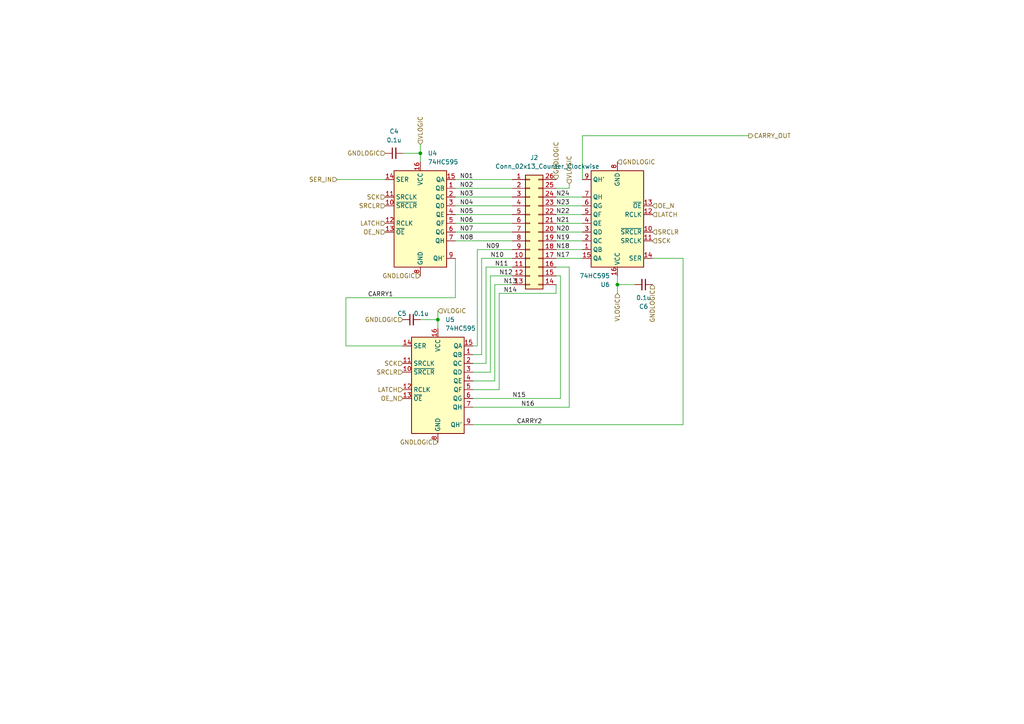
<source format=kicad_sch>
(kicad_sch
	(version 20250114)
	(generator "eeschema")
	(generator_version "9.0")
	(uuid "c1ee45b0-515d-4ffe-929d-5e6f2d25eab0")
	(paper "A4")
	(lib_symbols
		(symbol "74xx:74HC595"
			(exclude_from_sim no)
			(in_bom yes)
			(on_board yes)
			(property "Reference" "U"
				(at -7.62 13.97 0)
				(effects
					(font
						(size 1.27 1.27)
					)
				)
			)
			(property "Value" "74HC595"
				(at -7.62 -16.51 0)
				(effects
					(font
						(size 1.27 1.27)
					)
				)
			)
			(property "Footprint" ""
				(at 0 0 0)
				(effects
					(font
						(size 1.27 1.27)
					)
					(hide yes)
				)
			)
			(property "Datasheet" "http://www.ti.com/lit/ds/symlink/sn74hc595.pdf"
				(at 0 0 0)
				(effects
					(font
						(size 1.27 1.27)
					)
					(hide yes)
				)
			)
			(property "Description" "8-bit serial in/out Shift Register 3-State Outputs"
				(at 0 0 0)
				(effects
					(font
						(size 1.27 1.27)
					)
					(hide yes)
				)
			)
			(property "ki_keywords" "HCMOS SR 3State"
				(at 0 0 0)
				(effects
					(font
						(size 1.27 1.27)
					)
					(hide yes)
				)
			)
			(property "ki_fp_filters" "DIP*W7.62mm* SOIC*3.9x9.9mm*P1.27mm* TSSOP*4.4x5mm*P0.65mm* SOIC*5.3x10.2mm*P1.27mm* SOIC*7.5x10.3mm*P1.27mm*"
				(at 0 0 0)
				(effects
					(font
						(size 1.27 1.27)
					)
					(hide yes)
				)
			)
			(symbol "74HC595_1_0"
				(pin input line
					(at -10.16 10.16 0)
					(length 2.54)
					(name "SER"
						(effects
							(font
								(size 1.27 1.27)
							)
						)
					)
					(number "14"
						(effects
							(font
								(size 1.27 1.27)
							)
						)
					)
				)
				(pin input line
					(at -10.16 5.08 0)
					(length 2.54)
					(name "SRCLK"
						(effects
							(font
								(size 1.27 1.27)
							)
						)
					)
					(number "11"
						(effects
							(font
								(size 1.27 1.27)
							)
						)
					)
				)
				(pin input line
					(at -10.16 2.54 0)
					(length 2.54)
					(name "~{SRCLR}"
						(effects
							(font
								(size 1.27 1.27)
							)
						)
					)
					(number "10"
						(effects
							(font
								(size 1.27 1.27)
							)
						)
					)
				)
				(pin input line
					(at -10.16 -2.54 0)
					(length 2.54)
					(name "RCLK"
						(effects
							(font
								(size 1.27 1.27)
							)
						)
					)
					(number "12"
						(effects
							(font
								(size 1.27 1.27)
							)
						)
					)
				)
				(pin input line
					(at -10.16 -5.08 0)
					(length 2.54)
					(name "~{OE}"
						(effects
							(font
								(size 1.27 1.27)
							)
						)
					)
					(number "13"
						(effects
							(font
								(size 1.27 1.27)
							)
						)
					)
				)
				(pin power_in line
					(at 0 15.24 270)
					(length 2.54)
					(name "VCC"
						(effects
							(font
								(size 1.27 1.27)
							)
						)
					)
					(number "16"
						(effects
							(font
								(size 1.27 1.27)
							)
						)
					)
				)
				(pin power_in line
					(at 0 -17.78 90)
					(length 2.54)
					(name "GND"
						(effects
							(font
								(size 1.27 1.27)
							)
						)
					)
					(number "8"
						(effects
							(font
								(size 1.27 1.27)
							)
						)
					)
				)
				(pin tri_state line
					(at 10.16 10.16 180)
					(length 2.54)
					(name "QA"
						(effects
							(font
								(size 1.27 1.27)
							)
						)
					)
					(number "15"
						(effects
							(font
								(size 1.27 1.27)
							)
						)
					)
				)
				(pin tri_state line
					(at 10.16 7.62 180)
					(length 2.54)
					(name "QB"
						(effects
							(font
								(size 1.27 1.27)
							)
						)
					)
					(number "1"
						(effects
							(font
								(size 1.27 1.27)
							)
						)
					)
				)
				(pin tri_state line
					(at 10.16 5.08 180)
					(length 2.54)
					(name "QC"
						(effects
							(font
								(size 1.27 1.27)
							)
						)
					)
					(number "2"
						(effects
							(font
								(size 1.27 1.27)
							)
						)
					)
				)
				(pin tri_state line
					(at 10.16 2.54 180)
					(length 2.54)
					(name "QD"
						(effects
							(font
								(size 1.27 1.27)
							)
						)
					)
					(number "3"
						(effects
							(font
								(size 1.27 1.27)
							)
						)
					)
				)
				(pin tri_state line
					(at 10.16 0 180)
					(length 2.54)
					(name "QE"
						(effects
							(font
								(size 1.27 1.27)
							)
						)
					)
					(number "4"
						(effects
							(font
								(size 1.27 1.27)
							)
						)
					)
				)
				(pin tri_state line
					(at 10.16 -2.54 180)
					(length 2.54)
					(name "QF"
						(effects
							(font
								(size 1.27 1.27)
							)
						)
					)
					(number "5"
						(effects
							(font
								(size 1.27 1.27)
							)
						)
					)
				)
				(pin tri_state line
					(at 10.16 -5.08 180)
					(length 2.54)
					(name "QG"
						(effects
							(font
								(size 1.27 1.27)
							)
						)
					)
					(number "6"
						(effects
							(font
								(size 1.27 1.27)
							)
						)
					)
				)
				(pin tri_state line
					(at 10.16 -7.62 180)
					(length 2.54)
					(name "QH"
						(effects
							(font
								(size 1.27 1.27)
							)
						)
					)
					(number "7"
						(effects
							(font
								(size 1.27 1.27)
							)
						)
					)
				)
				(pin output line
					(at 10.16 -12.7 180)
					(length 2.54)
					(name "QH'"
						(effects
							(font
								(size 1.27 1.27)
							)
						)
					)
					(number "9"
						(effects
							(font
								(size 1.27 1.27)
							)
						)
					)
				)
			)
			(symbol "74HC595_1_1"
				(rectangle
					(start -7.62 12.7)
					(end 7.62 -15.24)
					(stroke
						(width 0.254)
						(type default)
					)
					(fill
						(type background)
					)
				)
			)
			(embedded_fonts no)
		)
		(symbol "Connector_Generic:Conn_02x13_Counter_Clockwise"
			(pin_names
				(offset 1.016)
				(hide yes)
			)
			(exclude_from_sim no)
			(in_bom yes)
			(on_board yes)
			(property "Reference" "J"
				(at 1.27 17.78 0)
				(effects
					(font
						(size 1.27 1.27)
					)
				)
			)
			(property "Value" "Conn_02x13_Counter_Clockwise"
				(at 1.27 -17.78 0)
				(effects
					(font
						(size 1.27 1.27)
					)
				)
			)
			(property "Footprint" ""
				(at 0 0 0)
				(effects
					(font
						(size 1.27 1.27)
					)
					(hide yes)
				)
			)
			(property "Datasheet" "~"
				(at 0 0 0)
				(effects
					(font
						(size 1.27 1.27)
					)
					(hide yes)
				)
			)
			(property "Description" "Generic connector, double row, 02x13, counter clockwise pin numbering scheme (similar to DIP package numbering), script generated (kicad-library-utils/schlib/autogen/connector/)"
				(at 0 0 0)
				(effects
					(font
						(size 1.27 1.27)
					)
					(hide yes)
				)
			)
			(property "ki_keywords" "connector"
				(at 0 0 0)
				(effects
					(font
						(size 1.27 1.27)
					)
					(hide yes)
				)
			)
			(property "ki_fp_filters" "Connector*:*_2x??_*"
				(at 0 0 0)
				(effects
					(font
						(size 1.27 1.27)
					)
					(hide yes)
				)
			)
			(symbol "Conn_02x13_Counter_Clockwise_1_1"
				(rectangle
					(start -1.27 16.51)
					(end 3.81 -16.51)
					(stroke
						(width 0.254)
						(type default)
					)
					(fill
						(type background)
					)
				)
				(rectangle
					(start -1.27 15.367)
					(end 0 15.113)
					(stroke
						(width 0.1524)
						(type default)
					)
					(fill
						(type none)
					)
				)
				(rectangle
					(start -1.27 12.827)
					(end 0 12.573)
					(stroke
						(width 0.1524)
						(type default)
					)
					(fill
						(type none)
					)
				)
				(rectangle
					(start -1.27 10.287)
					(end 0 10.033)
					(stroke
						(width 0.1524)
						(type default)
					)
					(fill
						(type none)
					)
				)
				(rectangle
					(start -1.27 7.747)
					(end 0 7.493)
					(stroke
						(width 0.1524)
						(type default)
					)
					(fill
						(type none)
					)
				)
				(rectangle
					(start -1.27 5.207)
					(end 0 4.953)
					(stroke
						(width 0.1524)
						(type default)
					)
					(fill
						(type none)
					)
				)
				(rectangle
					(start -1.27 2.667)
					(end 0 2.413)
					(stroke
						(width 0.1524)
						(type default)
					)
					(fill
						(type none)
					)
				)
				(rectangle
					(start -1.27 0.127)
					(end 0 -0.127)
					(stroke
						(width 0.1524)
						(type default)
					)
					(fill
						(type none)
					)
				)
				(rectangle
					(start -1.27 -2.413)
					(end 0 -2.667)
					(stroke
						(width 0.1524)
						(type default)
					)
					(fill
						(type none)
					)
				)
				(rectangle
					(start -1.27 -4.953)
					(end 0 -5.207)
					(stroke
						(width 0.1524)
						(type default)
					)
					(fill
						(type none)
					)
				)
				(rectangle
					(start -1.27 -7.493)
					(end 0 -7.747)
					(stroke
						(width 0.1524)
						(type default)
					)
					(fill
						(type none)
					)
				)
				(rectangle
					(start -1.27 -10.033)
					(end 0 -10.287)
					(stroke
						(width 0.1524)
						(type default)
					)
					(fill
						(type none)
					)
				)
				(rectangle
					(start -1.27 -12.573)
					(end 0 -12.827)
					(stroke
						(width 0.1524)
						(type default)
					)
					(fill
						(type none)
					)
				)
				(rectangle
					(start -1.27 -15.113)
					(end 0 -15.367)
					(stroke
						(width 0.1524)
						(type default)
					)
					(fill
						(type none)
					)
				)
				(rectangle
					(start 3.81 15.367)
					(end 2.54 15.113)
					(stroke
						(width 0.1524)
						(type default)
					)
					(fill
						(type none)
					)
				)
				(rectangle
					(start 3.81 12.827)
					(end 2.54 12.573)
					(stroke
						(width 0.1524)
						(type default)
					)
					(fill
						(type none)
					)
				)
				(rectangle
					(start 3.81 10.287)
					(end 2.54 10.033)
					(stroke
						(width 0.1524)
						(type default)
					)
					(fill
						(type none)
					)
				)
				(rectangle
					(start 3.81 7.747)
					(end 2.54 7.493)
					(stroke
						(width 0.1524)
						(type default)
					)
					(fill
						(type none)
					)
				)
				(rectangle
					(start 3.81 5.207)
					(end 2.54 4.953)
					(stroke
						(width 0.1524)
						(type default)
					)
					(fill
						(type none)
					)
				)
				(rectangle
					(start 3.81 2.667)
					(end 2.54 2.413)
					(stroke
						(width 0.1524)
						(type default)
					)
					(fill
						(type none)
					)
				)
				(rectangle
					(start 3.81 0.127)
					(end 2.54 -0.127)
					(stroke
						(width 0.1524)
						(type default)
					)
					(fill
						(type none)
					)
				)
				(rectangle
					(start 3.81 -2.413)
					(end 2.54 -2.667)
					(stroke
						(width 0.1524)
						(type default)
					)
					(fill
						(type none)
					)
				)
				(rectangle
					(start 3.81 -4.953)
					(end 2.54 -5.207)
					(stroke
						(width 0.1524)
						(type default)
					)
					(fill
						(type none)
					)
				)
				(rectangle
					(start 3.81 -7.493)
					(end 2.54 -7.747)
					(stroke
						(width 0.1524)
						(type default)
					)
					(fill
						(type none)
					)
				)
				(rectangle
					(start 3.81 -10.033)
					(end 2.54 -10.287)
					(stroke
						(width 0.1524)
						(type default)
					)
					(fill
						(type none)
					)
				)
				(rectangle
					(start 3.81 -12.573)
					(end 2.54 -12.827)
					(stroke
						(width 0.1524)
						(type default)
					)
					(fill
						(type none)
					)
				)
				(rectangle
					(start 3.81 -15.113)
					(end 2.54 -15.367)
					(stroke
						(width 0.1524)
						(type default)
					)
					(fill
						(type none)
					)
				)
				(pin passive line
					(at -5.08 15.24 0)
					(length 3.81)
					(name "Pin_1"
						(effects
							(font
								(size 1.27 1.27)
							)
						)
					)
					(number "1"
						(effects
							(font
								(size 1.27 1.27)
							)
						)
					)
				)
				(pin passive line
					(at -5.08 12.7 0)
					(length 3.81)
					(name "Pin_2"
						(effects
							(font
								(size 1.27 1.27)
							)
						)
					)
					(number "2"
						(effects
							(font
								(size 1.27 1.27)
							)
						)
					)
				)
				(pin passive line
					(at -5.08 10.16 0)
					(length 3.81)
					(name "Pin_3"
						(effects
							(font
								(size 1.27 1.27)
							)
						)
					)
					(number "3"
						(effects
							(font
								(size 1.27 1.27)
							)
						)
					)
				)
				(pin passive line
					(at -5.08 7.62 0)
					(length 3.81)
					(name "Pin_4"
						(effects
							(font
								(size 1.27 1.27)
							)
						)
					)
					(number "4"
						(effects
							(font
								(size 1.27 1.27)
							)
						)
					)
				)
				(pin passive line
					(at -5.08 5.08 0)
					(length 3.81)
					(name "Pin_5"
						(effects
							(font
								(size 1.27 1.27)
							)
						)
					)
					(number "5"
						(effects
							(font
								(size 1.27 1.27)
							)
						)
					)
				)
				(pin passive line
					(at -5.08 2.54 0)
					(length 3.81)
					(name "Pin_6"
						(effects
							(font
								(size 1.27 1.27)
							)
						)
					)
					(number "6"
						(effects
							(font
								(size 1.27 1.27)
							)
						)
					)
				)
				(pin passive line
					(at -5.08 0 0)
					(length 3.81)
					(name "Pin_7"
						(effects
							(font
								(size 1.27 1.27)
							)
						)
					)
					(number "7"
						(effects
							(font
								(size 1.27 1.27)
							)
						)
					)
				)
				(pin passive line
					(at -5.08 -2.54 0)
					(length 3.81)
					(name "Pin_8"
						(effects
							(font
								(size 1.27 1.27)
							)
						)
					)
					(number "8"
						(effects
							(font
								(size 1.27 1.27)
							)
						)
					)
				)
				(pin passive line
					(at -5.08 -5.08 0)
					(length 3.81)
					(name "Pin_9"
						(effects
							(font
								(size 1.27 1.27)
							)
						)
					)
					(number "9"
						(effects
							(font
								(size 1.27 1.27)
							)
						)
					)
				)
				(pin passive line
					(at -5.08 -7.62 0)
					(length 3.81)
					(name "Pin_10"
						(effects
							(font
								(size 1.27 1.27)
							)
						)
					)
					(number "10"
						(effects
							(font
								(size 1.27 1.27)
							)
						)
					)
				)
				(pin passive line
					(at -5.08 -10.16 0)
					(length 3.81)
					(name "Pin_11"
						(effects
							(font
								(size 1.27 1.27)
							)
						)
					)
					(number "11"
						(effects
							(font
								(size 1.27 1.27)
							)
						)
					)
				)
				(pin passive line
					(at -5.08 -12.7 0)
					(length 3.81)
					(name "Pin_12"
						(effects
							(font
								(size 1.27 1.27)
							)
						)
					)
					(number "12"
						(effects
							(font
								(size 1.27 1.27)
							)
						)
					)
				)
				(pin passive line
					(at -5.08 -15.24 0)
					(length 3.81)
					(name "Pin_13"
						(effects
							(font
								(size 1.27 1.27)
							)
						)
					)
					(number "13"
						(effects
							(font
								(size 1.27 1.27)
							)
						)
					)
				)
				(pin passive line
					(at 7.62 15.24 180)
					(length 3.81)
					(name "Pin_26"
						(effects
							(font
								(size 1.27 1.27)
							)
						)
					)
					(number "26"
						(effects
							(font
								(size 1.27 1.27)
							)
						)
					)
				)
				(pin passive line
					(at 7.62 12.7 180)
					(length 3.81)
					(name "Pin_25"
						(effects
							(font
								(size 1.27 1.27)
							)
						)
					)
					(number "25"
						(effects
							(font
								(size 1.27 1.27)
							)
						)
					)
				)
				(pin passive line
					(at 7.62 10.16 180)
					(length 3.81)
					(name "Pin_24"
						(effects
							(font
								(size 1.27 1.27)
							)
						)
					)
					(number "24"
						(effects
							(font
								(size 1.27 1.27)
							)
						)
					)
				)
				(pin passive line
					(at 7.62 7.62 180)
					(length 3.81)
					(name "Pin_23"
						(effects
							(font
								(size 1.27 1.27)
							)
						)
					)
					(number "23"
						(effects
							(font
								(size 1.27 1.27)
							)
						)
					)
				)
				(pin passive line
					(at 7.62 5.08 180)
					(length 3.81)
					(name "Pin_22"
						(effects
							(font
								(size 1.27 1.27)
							)
						)
					)
					(number "22"
						(effects
							(font
								(size 1.27 1.27)
							)
						)
					)
				)
				(pin passive line
					(at 7.62 2.54 180)
					(length 3.81)
					(name "Pin_21"
						(effects
							(font
								(size 1.27 1.27)
							)
						)
					)
					(number "21"
						(effects
							(font
								(size 1.27 1.27)
							)
						)
					)
				)
				(pin passive line
					(at 7.62 0 180)
					(length 3.81)
					(name "Pin_20"
						(effects
							(font
								(size 1.27 1.27)
							)
						)
					)
					(number "20"
						(effects
							(font
								(size 1.27 1.27)
							)
						)
					)
				)
				(pin passive line
					(at 7.62 -2.54 180)
					(length 3.81)
					(name "Pin_19"
						(effects
							(font
								(size 1.27 1.27)
							)
						)
					)
					(number "19"
						(effects
							(font
								(size 1.27 1.27)
							)
						)
					)
				)
				(pin passive line
					(at 7.62 -5.08 180)
					(length 3.81)
					(name "Pin_18"
						(effects
							(font
								(size 1.27 1.27)
							)
						)
					)
					(number "18"
						(effects
							(font
								(size 1.27 1.27)
							)
						)
					)
				)
				(pin passive line
					(at 7.62 -7.62 180)
					(length 3.81)
					(name "Pin_17"
						(effects
							(font
								(size 1.27 1.27)
							)
						)
					)
					(number "17"
						(effects
							(font
								(size 1.27 1.27)
							)
						)
					)
				)
				(pin passive line
					(at 7.62 -10.16 180)
					(length 3.81)
					(name "Pin_16"
						(effects
							(font
								(size 1.27 1.27)
							)
						)
					)
					(number "16"
						(effects
							(font
								(size 1.27 1.27)
							)
						)
					)
				)
				(pin passive line
					(at 7.62 -12.7 180)
					(length 3.81)
					(name "Pin_15"
						(effects
							(font
								(size 1.27 1.27)
							)
						)
					)
					(number "15"
						(effects
							(font
								(size 1.27 1.27)
							)
						)
					)
				)
				(pin passive line
					(at 7.62 -15.24 180)
					(length 3.81)
					(name "Pin_14"
						(effects
							(font
								(size 1.27 1.27)
							)
						)
					)
					(number "14"
						(effects
							(font
								(size 1.27 1.27)
							)
						)
					)
				)
			)
			(embedded_fonts no)
		)
		(symbol "Device:C_Small"
			(pin_numbers
				(hide yes)
			)
			(pin_names
				(offset 0.254)
				(hide yes)
			)
			(exclude_from_sim no)
			(in_bom yes)
			(on_board yes)
			(property "Reference" "C"
				(at 0.254 1.778 0)
				(effects
					(font
						(size 1.27 1.27)
					)
					(justify left)
				)
			)
			(property "Value" "C_Small"
				(at 0.254 -2.032 0)
				(effects
					(font
						(size 1.27 1.27)
					)
					(justify left)
				)
			)
			(property "Footprint" ""
				(at 0 0 0)
				(effects
					(font
						(size 1.27 1.27)
					)
					(hide yes)
				)
			)
			(property "Datasheet" "~"
				(at 0 0 0)
				(effects
					(font
						(size 1.27 1.27)
					)
					(hide yes)
				)
			)
			(property "Description" "Unpolarized capacitor, small symbol"
				(at 0 0 0)
				(effects
					(font
						(size 1.27 1.27)
					)
					(hide yes)
				)
			)
			(property "ki_keywords" "capacitor cap"
				(at 0 0 0)
				(effects
					(font
						(size 1.27 1.27)
					)
					(hide yes)
				)
			)
			(property "ki_fp_filters" "C_*"
				(at 0 0 0)
				(effects
					(font
						(size 1.27 1.27)
					)
					(hide yes)
				)
			)
			(symbol "C_Small_0_1"
				(polyline
					(pts
						(xy -1.524 0.508) (xy 1.524 0.508)
					)
					(stroke
						(width 0.3048)
						(type default)
					)
					(fill
						(type none)
					)
				)
				(polyline
					(pts
						(xy -1.524 -0.508) (xy 1.524 -0.508)
					)
					(stroke
						(width 0.3302)
						(type default)
					)
					(fill
						(type none)
					)
				)
			)
			(symbol "C_Small_1_1"
				(pin passive line
					(at 0 2.54 270)
					(length 2.032)
					(name "~"
						(effects
							(font
								(size 1.27 1.27)
							)
						)
					)
					(number "1"
						(effects
							(font
								(size 1.27 1.27)
							)
						)
					)
				)
				(pin passive line
					(at 0 -2.54 90)
					(length 2.032)
					(name "~"
						(effects
							(font
								(size 1.27 1.27)
							)
						)
					)
					(number "2"
						(effects
							(font
								(size 1.27 1.27)
							)
						)
					)
				)
			)
			(embedded_fonts no)
		)
	)
	(junction
		(at 127 92.71)
		(diameter 0)
		(color 0 0 0 0)
		(uuid "1b1d231c-6229-4583-820f-8d542216eab6")
	)
	(junction
		(at 179.07 82.55)
		(diameter 0)
		(color 0 0 0 0)
		(uuid "57778e7a-3ba8-4c36-9d26-776d3e0131d7")
	)
	(junction
		(at 121.92 44.45)
		(diameter 0)
		(color 0 0 0 0)
		(uuid "f1a6acf8-07fb-4b6a-83c9-9ba0929be051")
	)
	(wire
		(pts
			(xy 132.08 59.69) (xy 148.59 59.69)
		)
		(stroke
			(width 0)
			(type default)
		)
		(uuid "033c776a-2b0f-4235-87e8-47a74112818f")
	)
	(wire
		(pts
			(xy 137.16 115.57) (xy 162.56 115.57)
		)
		(stroke
			(width 0)
			(type default)
		)
		(uuid "05221fe8-1623-49cd-a7f2-ae0134865d2a")
	)
	(wire
		(pts
			(xy 132.08 69.85) (xy 148.59 69.85)
		)
		(stroke
			(width 0)
			(type default)
		)
		(uuid "0542bfc3-992e-4ff9-b03f-b60970452255")
	)
	(wire
		(pts
			(xy 161.29 54.61) (xy 165.1 54.61)
		)
		(stroke
			(width 0)
			(type default)
		)
		(uuid "0593dbc6-942f-476e-b241-98e448245fbe")
	)
	(wire
		(pts
			(xy 138.43 72.39) (xy 148.59 72.39)
		)
		(stroke
			(width 0)
			(type default)
		)
		(uuid "088a78ac-843a-491d-ae37-daba3724b09b")
	)
	(wire
		(pts
			(xy 184.15 82.55) (xy 179.07 82.55)
		)
		(stroke
			(width 0)
			(type default)
		)
		(uuid "0b36c0ac-b60a-45f5-baf7-003659a76ba8")
	)
	(wire
		(pts
			(xy 121.92 92.71) (xy 127 92.71)
		)
		(stroke
			(width 0)
			(type default)
		)
		(uuid "0e5853ca-8883-4047-bea3-42bb533ea064")
	)
	(wire
		(pts
			(xy 161.29 62.23) (xy 168.91 62.23)
		)
		(stroke
			(width 0)
			(type default)
		)
		(uuid "10a971bb-30bc-4d1c-a964-e759d03825b6")
	)
	(wire
		(pts
			(xy 137.16 107.95) (xy 142.24 107.95)
		)
		(stroke
			(width 0)
			(type default)
		)
		(uuid "177c360e-996b-48b3-aa74-c46dc589929b")
	)
	(wire
		(pts
			(xy 132.08 64.77) (xy 148.59 64.77)
		)
		(stroke
			(width 0)
			(type default)
		)
		(uuid "1b6542d1-a058-4cd9-9f33-74c114b26977")
	)
	(wire
		(pts
			(xy 143.51 110.49) (xy 143.51 82.55)
		)
		(stroke
			(width 0)
			(type default)
		)
		(uuid "1f1c73bb-290a-4a6e-95cf-daaacf4347dd")
	)
	(wire
		(pts
			(xy 179.07 85.09) (xy 179.07 82.55)
		)
		(stroke
			(width 0)
			(type default)
		)
		(uuid "1f72ef64-2bb6-4e29-a7bd-98ab5aeaba43")
	)
	(wire
		(pts
			(xy 162.56 115.57) (xy 162.56 80.01)
		)
		(stroke
			(width 0)
			(type default)
		)
		(uuid "23a8fd1d-2228-4c9a-bc12-cc82c55959f5")
	)
	(wire
		(pts
			(xy 179.07 82.55) (xy 179.07 80.01)
		)
		(stroke
			(width 0)
			(type default)
		)
		(uuid "2a2e11d7-c54d-4044-bcb2-850201303956")
	)
	(wire
		(pts
			(xy 144.78 113.03) (xy 144.78 85.09)
		)
		(stroke
			(width 0)
			(type default)
		)
		(uuid "38f1eed9-7910-4853-9c5e-f3679b9d242a")
	)
	(wire
		(pts
			(xy 100.33 100.33) (xy 100.33 86.36)
		)
		(stroke
			(width 0)
			(type default)
		)
		(uuid "3932aa46-77f2-4e16-99b2-cf5663dac82b")
	)
	(wire
		(pts
			(xy 127 90.17) (xy 127 92.71)
		)
		(stroke
			(width 0)
			(type default)
		)
		(uuid "418e8614-2d76-4e8f-b7f6-6a55ce6ef67f")
	)
	(wire
		(pts
			(xy 100.33 86.36) (xy 132.08 86.36)
		)
		(stroke
			(width 0)
			(type default)
		)
		(uuid "46e3e6c2-c7cf-4dbb-9e05-cb1f77a39beb")
	)
	(wire
		(pts
			(xy 132.08 52.07) (xy 148.59 52.07)
		)
		(stroke
			(width 0)
			(type default)
		)
		(uuid "497cecd3-86a6-4f83-b763-641209ce76eb")
	)
	(wire
		(pts
			(xy 161.29 69.85) (xy 168.91 69.85)
		)
		(stroke
			(width 0)
			(type default)
		)
		(uuid "54084999-f5ab-4d5d-a0b7-b3de29bbb9ab")
	)
	(wire
		(pts
			(xy 132.08 62.23) (xy 148.59 62.23)
		)
		(stroke
			(width 0)
			(type default)
		)
		(uuid "575728a4-1a2a-4a79-8be8-42f82cb8f024")
	)
	(wire
		(pts
			(xy 142.24 107.95) (xy 142.24 80.01)
		)
		(stroke
			(width 0)
			(type default)
		)
		(uuid "58448b42-d238-4fbb-bb1f-1bafc223a8c9")
	)
	(wire
		(pts
			(xy 162.56 80.01) (xy 161.29 80.01)
		)
		(stroke
			(width 0)
			(type default)
		)
		(uuid "5eb85202-0caa-46da-9b2e-2b4d5e0417a4")
	)
	(wire
		(pts
			(xy 142.24 80.01) (xy 148.59 80.01)
		)
		(stroke
			(width 0)
			(type default)
		)
		(uuid "610443c5-cc7d-4a01-b521-b534e73d3d39")
	)
	(wire
		(pts
			(xy 132.08 57.15) (xy 148.59 57.15)
		)
		(stroke
			(width 0)
			(type default)
		)
		(uuid "64b38fe4-9a91-45df-9445-b66a65fc3c08")
	)
	(wire
		(pts
			(xy 143.51 82.55) (xy 148.59 82.55)
		)
		(stroke
			(width 0)
			(type default)
		)
		(uuid "65d47565-5f7e-4263-a247-b19d753ca884")
	)
	(wire
		(pts
			(xy 161.29 77.47) (xy 165.1 77.47)
		)
		(stroke
			(width 0)
			(type default)
		)
		(uuid "66bd90da-5625-496f-ab32-6848ca1e7576")
	)
	(wire
		(pts
			(xy 137.16 110.49) (xy 143.51 110.49)
		)
		(stroke
			(width 0)
			(type default)
		)
		(uuid "6e13e605-d75e-4b73-87bc-80831dada94e")
	)
	(wire
		(pts
			(xy 121.92 44.45) (xy 121.92 46.99)
		)
		(stroke
			(width 0)
			(type default)
		)
		(uuid "71335349-448b-4294-b2d3-ea42a825c573")
	)
	(wire
		(pts
			(xy 132.08 86.36) (xy 132.08 74.93)
		)
		(stroke
			(width 0)
			(type default)
		)
		(uuid "76dc85ad-111e-4f02-8835-62982ebbbb6d")
	)
	(wire
		(pts
			(xy 161.29 82.55) (xy 161.29 85.09)
		)
		(stroke
			(width 0)
			(type default)
		)
		(uuid "7d105630-3f25-4c6e-b56a-953ac451b7e4")
	)
	(wire
		(pts
			(xy 161.29 57.15) (xy 168.91 57.15)
		)
		(stroke
			(width 0)
			(type default)
		)
		(uuid "81cda34d-f67d-4a16-b18d-3c6289c4d87e")
	)
	(wire
		(pts
			(xy 161.29 74.93) (xy 168.91 74.93)
		)
		(stroke
			(width 0)
			(type default)
		)
		(uuid "82eb10a5-150a-40d3-be75-87145d173129")
	)
	(wire
		(pts
			(xy 161.29 64.77) (xy 168.91 64.77)
		)
		(stroke
			(width 0)
			(type default)
		)
		(uuid "836c8be4-aa48-48c4-92f5-65f82550ce21")
	)
	(wire
		(pts
			(xy 137.16 102.87) (xy 139.7 102.87)
		)
		(stroke
			(width 0)
			(type default)
		)
		(uuid "8941ad55-7891-4fef-921b-bfa90d5a22e9")
	)
	(wire
		(pts
			(xy 198.12 123.19) (xy 198.12 74.93)
		)
		(stroke
			(width 0)
			(type default)
		)
		(uuid "8c409ec1-d227-4c3e-a67f-33c7657db25f")
	)
	(wire
		(pts
			(xy 165.1 54.61) (xy 165.1 53.34)
		)
		(stroke
			(width 0)
			(type default)
		)
		(uuid "91deaa3e-0c06-4438-b521-1ecaeeaea7d2")
	)
	(wire
		(pts
			(xy 137.16 100.33) (xy 138.43 100.33)
		)
		(stroke
			(width 0)
			(type default)
		)
		(uuid "92822d82-8df8-4477-9e0e-118cdf7ccdb2")
	)
	(wire
		(pts
			(xy 139.7 74.93) (xy 148.59 74.93)
		)
		(stroke
			(width 0)
			(type default)
		)
		(uuid "94666585-efcf-4f61-be0c-0375468cfcac")
	)
	(wire
		(pts
			(xy 168.91 39.37) (xy 217.17 39.37)
		)
		(stroke
			(width 0)
			(type default)
		)
		(uuid "95421ac0-e3a2-48d9-91e6-dd6a956b5456")
	)
	(wire
		(pts
			(xy 127 92.71) (xy 127 95.25)
		)
		(stroke
			(width 0)
			(type default)
		)
		(uuid "99f50070-1f40-4505-89b6-f847bdc67584")
	)
	(wire
		(pts
			(xy 137.16 105.41) (xy 140.97 105.41)
		)
		(stroke
			(width 0)
			(type default)
		)
		(uuid "9a201fbe-bb13-4d3a-b370-2343bda9592e")
	)
	(wire
		(pts
			(xy 139.7 102.87) (xy 139.7 74.93)
		)
		(stroke
			(width 0)
			(type default)
		)
		(uuid "a32674b4-4c8a-4fb4-b0a4-df885b454376")
	)
	(wire
		(pts
			(xy 138.43 100.33) (xy 138.43 72.39)
		)
		(stroke
			(width 0)
			(type default)
		)
		(uuid "aaf59045-174c-4ef6-847b-c9053867d6fe")
	)
	(wire
		(pts
			(xy 132.08 54.61) (xy 148.59 54.61)
		)
		(stroke
			(width 0)
			(type default)
		)
		(uuid "ae201f20-73c7-4383-93a6-540894dab372")
	)
	(wire
		(pts
			(xy 161.29 59.69) (xy 168.91 59.69)
		)
		(stroke
			(width 0)
			(type default)
		)
		(uuid "b2454dee-1379-4975-9795-3473a377565a")
	)
	(wire
		(pts
			(xy 161.29 72.39) (xy 168.91 72.39)
		)
		(stroke
			(width 0)
			(type default)
		)
		(uuid "b3037f58-4380-4caa-b973-fe6daa01961a")
	)
	(wire
		(pts
			(xy 144.78 85.09) (xy 161.29 85.09)
		)
		(stroke
			(width 0)
			(type default)
		)
		(uuid "bf6bcfcf-09f8-4301-9c71-05122872e162")
	)
	(wire
		(pts
			(xy 168.91 52.07) (xy 168.91 39.37)
		)
		(stroke
			(width 0)
			(type default)
		)
		(uuid "c83c2bb0-05aa-49c9-8b6b-6ef82b2e1867")
	)
	(wire
		(pts
			(xy 165.1 118.11) (xy 165.1 77.47)
		)
		(stroke
			(width 0)
			(type default)
		)
		(uuid "d01afed9-eeb3-4d7f-8935-b0bf560d2a12")
	)
	(wire
		(pts
			(xy 137.16 113.03) (xy 144.78 113.03)
		)
		(stroke
			(width 0)
			(type default)
		)
		(uuid "d0caf3b5-b583-4f2e-baa1-656fabd52a3f")
	)
	(wire
		(pts
			(xy 137.16 118.11) (xy 165.1 118.11)
		)
		(stroke
			(width 0)
			(type default)
		)
		(uuid "d1243ceb-1f38-476a-91ea-dc4594efa304")
	)
	(wire
		(pts
			(xy 140.97 105.41) (xy 140.97 77.47)
		)
		(stroke
			(width 0)
			(type default)
		)
		(uuid "d21c1bf0-d741-4172-b8c2-3f2b45a39613")
	)
	(wire
		(pts
			(xy 198.12 74.93) (xy 189.23 74.93)
		)
		(stroke
			(width 0)
			(type default)
		)
		(uuid "d6283e3d-d194-4469-9a56-ad821ad53943")
	)
	(wire
		(pts
			(xy 116.84 100.33) (xy 100.33 100.33)
		)
		(stroke
			(width 0)
			(type default)
		)
		(uuid "de27ae04-f996-4300-8947-a127f7f0c014")
	)
	(wire
		(pts
			(xy 132.08 67.31) (xy 148.59 67.31)
		)
		(stroke
			(width 0)
			(type default)
		)
		(uuid "e07fa573-be8f-4d56-838d-aaf8a3173fb9")
	)
	(wire
		(pts
			(xy 161.29 67.31) (xy 168.91 67.31)
		)
		(stroke
			(width 0)
			(type default)
		)
		(uuid "e5d06b0c-95fb-41dd-9421-f0eddf0a3414")
	)
	(wire
		(pts
			(xy 121.92 41.91) (xy 121.92 44.45)
		)
		(stroke
			(width 0)
			(type default)
		)
		(uuid "e769b677-3096-4bfd-aee8-68554f02802e")
	)
	(wire
		(pts
			(xy 116.84 44.45) (xy 121.92 44.45)
		)
		(stroke
			(width 0)
			(type default)
		)
		(uuid "f3f1e328-8da0-4b46-9601-0d2a10c72d15")
	)
	(wire
		(pts
			(xy 137.16 123.19) (xy 198.12 123.19)
		)
		(stroke
			(width 0)
			(type default)
		)
		(uuid "f54daf7e-6753-4920-9e11-9380d761b7fd")
	)
	(wire
		(pts
			(xy 140.97 77.47) (xy 148.59 77.47)
		)
		(stroke
			(width 0)
			(type default)
		)
		(uuid "f9307c94-cfe9-45f1-ada8-5f91b9ea5c49")
	)
	(wire
		(pts
			(xy 97.79 52.07) (xy 111.76 52.07)
		)
		(stroke
			(width 0)
			(type default)
		)
		(uuid "fbd528f2-e7cf-4391-ba8c-75d182a05c8d")
	)
	(label "N11"
		(at 143.51 77.47 0)
		(effects
			(font
				(size 1.27 1.27)
			)
			(justify left bottom)
		)
		(uuid "087194b4-686a-45f9-86b7-c9d95cfa13ae")
	)
	(label "N19"
		(at 161.29 69.85 0)
		(effects
			(font
				(size 1.27 1.27)
			)
			(justify left bottom)
		)
		(uuid "08f29605-bd68-44e6-ad20-203402019688")
	)
	(label "N23"
		(at 161.29 59.69 0)
		(effects
			(font
				(size 1.27 1.27)
			)
			(justify left bottom)
		)
		(uuid "0a39e27b-abbd-493e-8c02-3cd604ad2026")
	)
	(label "N16"
		(at 151.13 118.11 0)
		(effects
			(font
				(size 1.27 1.27)
			)
			(justify left bottom)
		)
		(uuid "0f1fee12-6ea0-4521-8aa3-134bd283b8bb")
	)
	(label "N24"
		(at 161.29 57.15 0)
		(effects
			(font
				(size 1.27 1.27)
			)
			(justify left bottom)
		)
		(uuid "2dcf07ca-2af9-4ae3-86d0-ef4e22aefde2")
	)
	(label "N07"
		(at 133.35 67.31 0)
		(effects
			(font
				(size 1.27 1.27)
			)
			(justify left bottom)
		)
		(uuid "4783c429-f11e-49c3-b5c1-cd05e3ec8b28")
	)
	(label "N10"
		(at 142.24 74.93 0)
		(effects
			(font
				(size 1.27 1.27)
			)
			(justify left bottom)
		)
		(uuid "4d134b47-6c15-43c8-b583-7c4949cfe554")
	)
	(label "N15"
		(at 148.59 115.57 0)
		(effects
			(font
				(size 1.27 1.27)
			)
			(justify left bottom)
		)
		(uuid "5514af53-8fc3-4019-b290-2f250ff83a3f")
	)
	(label "N21"
		(at 161.29 64.77 0)
		(effects
			(font
				(size 1.27 1.27)
			)
			(justify left bottom)
		)
		(uuid "563bda28-5a81-4371-95e4-99e701305a50")
	)
	(label "N03"
		(at 133.35 57.15 0)
		(effects
			(font
				(size 1.27 1.27)
			)
			(justify left bottom)
		)
		(uuid "6362db9c-8d3c-4ca6-a8eb-64641d7efda2")
	)
	(label "N01"
		(at 133.35 52.07 0)
		(effects
			(font
				(size 1.27 1.27)
			)
			(justify left bottom)
		)
		(uuid "77cd4686-0796-47e2-9b06-5c4f75d29b55")
	)
	(label "N02"
		(at 133.35 54.61 0)
		(effects
			(font
				(size 1.27 1.27)
			)
			(justify left bottom)
		)
		(uuid "7ded9c30-6dcf-49be-9725-ebd8ace33079")
	)
	(label "N20"
		(at 161.29 67.31 0)
		(effects
			(font
				(size 1.27 1.27)
			)
			(justify left bottom)
		)
		(uuid "8d286417-2798-4fe3-ac72-227ade96307c")
	)
	(label "N14"
		(at 146.05 85.09 0)
		(effects
			(font
				(size 1.27 1.27)
			)
			(justify left bottom)
		)
		(uuid "94f9112a-1ed4-48a6-ade2-24fc29ce46c4")
	)
	(label "N09"
		(at 140.97 72.39 0)
		(effects
			(font
				(size 1.27 1.27)
			)
			(justify left bottom)
		)
		(uuid "9a57635d-2b03-40c1-b539-bfed423ea9f3")
	)
	(label "N13"
		(at 146.05 82.55 0)
		(effects
			(font
				(size 1.27 1.27)
			)
			(justify left bottom)
		)
		(uuid "a6e363cb-61e1-4ee3-9c34-986eaac3e5bd")
	)
	(label "N04"
		(at 133.35 59.69 0)
		(effects
			(font
				(size 1.27 1.27)
			)
			(justify left bottom)
		)
		(uuid "b3327030-aeba-4cc8-a7ae-592cad6c4126")
	)
	(label "N06"
		(at 133.35 64.77 0)
		(effects
			(font
				(size 1.27 1.27)
			)
			(justify left bottom)
		)
		(uuid "cc3c6453-ee49-48b7-bdad-ab1b95808120")
	)
	(label "N17"
		(at 161.29 74.93 0)
		(effects
			(font
				(size 1.27 1.27)
			)
			(justify left bottom)
		)
		(uuid "ce0d9e9b-eaa6-4c95-8acc-208091513e65")
	)
	(label "N12"
		(at 144.78 80.01 0)
		(effects
			(font
				(size 1.27 1.27)
			)
			(justify left bottom)
		)
		(uuid "d20619a3-fe06-442e-aafd-9f0f8d4d83b1")
	)
	(label "N05"
		(at 133.35 62.23 0)
		(effects
			(font
				(size 1.27 1.27)
			)
			(justify left bottom)
		)
		(uuid "d4e4daf8-d437-4a2c-b943-0571c3d0bd5d")
	)
	(label "CARRY1"
		(at 106.68 86.36 0)
		(effects
			(font
				(size 1.27 1.27)
			)
			(justify left bottom)
		)
		(uuid "d60f79f0-bb71-4e90-bc45-92a5ed5764bc")
	)
	(label "N22"
		(at 161.29 62.23 0)
		(effects
			(font
				(size 1.27 1.27)
			)
			(justify left bottom)
		)
		(uuid "dc006d41-52d5-43c1-bc1b-eeb5f7125566")
	)
	(label "N18"
		(at 161.29 72.39 0)
		(effects
			(font
				(size 1.27 1.27)
			)
			(justify left bottom)
		)
		(uuid "e05ee915-7102-4ef8-9674-53091272851f")
	)
	(label "CARRY2"
		(at 149.86 123.19 0)
		(effects
			(font
				(size 1.27 1.27)
			)
			(justify left bottom)
		)
		(uuid "e59c6316-b64a-4553-85ac-4af0e9408cd3")
	)
	(label "N08"
		(at 133.35 69.85 0)
		(effects
			(font
				(size 1.27 1.27)
			)
			(justify left bottom)
		)
		(uuid "fff8abe6-0134-4c4d-b94b-17d88b2a0b77")
	)
	(hierarchical_label "GNDLOGIC"
		(shape input)
		(at 121.92 80.01 180)
		(effects
			(font
				(size 1.27 1.27)
			)
			(justify right)
		)
		(uuid "0376e4bb-0e49-4180-b36f-776f103ada8a")
	)
	(hierarchical_label "GNDLOGIC"
		(shape input)
		(at 179.07 46.99 0)
		(effects
			(font
				(size 1.27 1.27)
			)
			(justify left)
		)
		(uuid "1762314d-1bc2-44d0-ac33-eeb450266f18")
	)
	(hierarchical_label "OE_N"
		(shape input)
		(at 111.76 67.31 180)
		(effects
			(font
				(size 1.27 1.27)
			)
			(justify right)
		)
		(uuid "17879156-b7a8-423a-9fcf-0996a609a038")
	)
	(hierarchical_label "GNDLOGIC"
		(shape input)
		(at 127 128.27 180)
		(effects
			(font
				(size 1.27 1.27)
			)
			(justify right)
		)
		(uuid "210bdb55-6c10-4169-9570-6cb788cbad69")
	)
	(hierarchical_label "SER_IN"
		(shape input)
		(at 97.79 52.07 180)
		(effects
			(font
				(size 1.27 1.27)
			)
			(justify right)
		)
		(uuid "2bf68917-b132-41c3-aa29-41a7342ae18b")
	)
	(hierarchical_label "VLOGIC"
		(shape input)
		(at 127 90.17 0)
		(effects
			(font
				(size 1.27 1.27)
			)
			(justify left)
		)
		(uuid "3ada7f56-2301-454b-b3f5-8bbac2d69d77")
	)
	(hierarchical_label "VLOGIC"
		(shape input)
		(at 165.1 53.34 90)
		(effects
			(font
				(size 1.27 1.27)
			)
			(justify left)
		)
		(uuid "47dae493-caae-4458-bd9b-2bdbc21dae0f")
	)
	(hierarchical_label "SCK"
		(shape input)
		(at 189.23 69.85 0)
		(effects
			(font
				(size 1.27 1.27)
			)
			(justify left)
		)
		(uuid "493fd7a7-19a7-4a68-b657-27c17d8086be")
	)
	(hierarchical_label "VLOGIC"
		(shape input)
		(at 179.07 85.09 270)
		(effects
			(font
				(size 1.27 1.27)
			)
			(justify right)
		)
		(uuid "4b98f41f-1e8d-4b4c-af7d-9fd8441bd3a1")
	)
	(hierarchical_label "GNDLOGIC"
		(shape input)
		(at 161.29 52.07 90)
		(effects
			(font
				(size 1.27 1.27)
			)
			(justify left)
		)
		(uuid "4cdf52fb-832d-43ad-a009-8ff23b093a7c")
	)
	(hierarchical_label "GNDLOGIC"
		(shape input)
		(at 111.76 44.45 180)
		(effects
			(font
				(size 1.27 1.27)
			)
			(justify right)
		)
		(uuid "5535b6ab-3ab7-4304-a2f1-e136decdf693")
	)
	(hierarchical_label "VLOGIC"
		(shape input)
		(at 121.92 41.91 90)
		(effects
			(font
				(size 1.27 1.27)
			)
			(justify left)
		)
		(uuid "6731a727-d65e-4ce9-8ba9-49be203c6b9c")
	)
	(hierarchical_label "OE_N"
		(shape input)
		(at 116.84 115.57 180)
		(effects
			(font
				(size 1.27 1.27)
			)
			(justify right)
		)
		(uuid "6ab57ca8-1bb7-4fcc-9f80-830be59c4452")
	)
	(hierarchical_label "OE_N"
		(shape input)
		(at 189.23 59.69 0)
		(effects
			(font
				(size 1.27 1.27)
			)
			(justify left)
		)
		(uuid "772343e4-ff47-4699-9a7d-21daebc82c75")
	)
	(hierarchical_label "GNDLOGIC"
		(shape input)
		(at 189.23 82.55 270)
		(effects
			(font
				(size 1.27 1.27)
			)
			(justify right)
		)
		(uuid "80d5424f-11dd-4b37-bfcf-9bcdff2580de")
	)
	(hierarchical_label "CARRY_OUT"
		(shape output)
		(at 217.17 39.37 0)
		(effects
			(font
				(size 1.27 1.27)
			)
			(justify left)
		)
		(uuid "81160058-3047-4fdd-b0aa-7677205d630f")
	)
	(hierarchical_label "SRCLR"
		(shape input)
		(at 189.23 67.31 0)
		(effects
			(font
				(size 1.27 1.27)
			)
			(justify left)
		)
		(uuid "9465bcce-622a-4450-ab2c-2648e5202f62")
	)
	(hierarchical_label "SCK"
		(shape input)
		(at 116.84 105.41 180)
		(effects
			(font
				(size 1.27 1.27)
			)
			(justify right)
		)
		(uuid "9c2444b3-ea30-4a0a-9cf8-218623eac145")
	)
	(hierarchical_label "LATCH"
		(shape input)
		(at 116.84 113.03 180)
		(effects
			(font
				(size 1.27 1.27)
			)
			(justify right)
		)
		(uuid "b8b7677d-97ed-49d1-a9a1-201b9682d2c3")
	)
	(hierarchical_label "SRCLR"
		(shape input)
		(at 111.76 59.69 180)
		(effects
			(font
				(size 1.27 1.27)
			)
			(justify right)
		)
		(uuid "bb8c61fb-33b8-4753-904b-0de2b936abba")
	)
	(hierarchical_label "LATCH"
		(shape input)
		(at 189.23 62.23 0)
		(effects
			(font
				(size 1.27 1.27)
			)
			(justify left)
		)
		(uuid "c1eb3252-147b-49b7-b614-4dbf3b4b6d6d")
	)
	(hierarchical_label "GNDLOGIC"
		(shape input)
		(at 116.84 92.71 180)
		(effects
			(font
				(size 1.27 1.27)
			)
			(justify right)
		)
		(uuid "c6b25289-7e54-49b9-8764-3b38a8c06cf8")
	)
	(hierarchical_label "SCK"
		(shape input)
		(at 111.76 57.15 180)
		(effects
			(font
				(size 1.27 1.27)
			)
			(justify right)
		)
		(uuid "d5517630-5f3d-4b6a-867b-b4a8bedae2a2")
	)
	(hierarchical_label "SRCLR"
		(shape input)
		(at 116.84 107.95 180)
		(effects
			(font
				(size 1.27 1.27)
			)
			(justify right)
		)
		(uuid "e8d5b09f-08ab-483e-8387-f3952ec58d0f")
	)
	(hierarchical_label "LATCH"
		(shape input)
		(at 111.76 64.77 180)
		(effects
			(font
				(size 1.27 1.27)
			)
			(justify right)
		)
		(uuid "fcd78d99-1fe5-4066-ac61-0256f1fca60c")
	)
	(symbol
		(lib_id "Device:C_Small")
		(at 186.69 82.55 270)
		(unit 1)
		(exclude_from_sim no)
		(in_bom yes)
		(on_board yes)
		(dnp no)
		(fields_autoplaced yes)
		(uuid "1fb45b84-60ca-46de-a4c6-1355eb9ecb31")
		(property "Reference" "C3"
			(at 186.6837 88.9 90)
			(effects
				(font
					(size 1.27 1.27)
				)
			)
		)
		(property "Value" "0.1u"
			(at 186.6837 86.36 90)
			(effects
				(font
					(size 1.27 1.27)
				)
			)
		)
		(property "Footprint" "Capacitor_SMD:C_0805_2012Metric"
			(at 186.69 82.55 0)
			(effects
				(font
					(size 1.27 1.27)
				)
				(hide yes)
			)
		)
		(property "Datasheet" "~"
			(at 186.69 82.55 0)
			(effects
				(font
					(size 1.27 1.27)
				)
				(hide yes)
			)
		)
		(property "Description" "Unpolarized capacitor, small symbol"
			(at 186.69 82.55 0)
			(effects
				(font
					(size 1.27 1.27)
				)
				(hide yes)
			)
		)
		(pin "1"
			(uuid "322c61f0-ecce-41c1-9568-b327d5245aba")
		)
		(pin "2"
			(uuid "fd5db5b3-5742-4c88-a4fd-84501235f770")
		)
		(instances
			(project "OrganSPIToParallel"
				(path "/fd6c92cd-165f-49e4-b03e-7f714f0504e9/3777456f-58b8-441d-a1e4-ba86480ab8ad"
					(reference "C6")
					(unit 1)
				)
				(path "/fd6c92cd-165f-49e4-b03e-7f714f0504e9/82202b2d-4816-4a8b-9a92-58cdde18dc43"
					(reference "C3")
					(unit 1)
				)
			)
		)
	)
	(symbol
		(lib_id "74xx:74HC595")
		(at 121.92 62.23 0)
		(unit 1)
		(exclude_from_sim no)
		(in_bom yes)
		(on_board yes)
		(dnp no)
		(fields_autoplaced yes)
		(uuid "5ad41bb9-641f-4949-bf24-9654f3d8e90f")
		(property "Reference" "U1"
			(at 124.0633 44.45 0)
			(effects
				(font
					(size 1.27 1.27)
				)
				(justify left)
			)
		)
		(property "Value" "74HC595"
			(at 124.0633 46.99 0)
			(effects
				(font
					(size 1.27 1.27)
				)
				(justify left)
			)
		)
		(property "Footprint" "Package_SO:SOP-16_3.9x9.9mm_P1.27mm"
			(at 121.92 62.23 0)
			(effects
				(font
					(size 1.27 1.27)
				)
				(hide yes)
			)
		)
		(property "Datasheet" "http://www.ti.com/lit/ds/symlink/sn74hc595.pdf"
			(at 121.92 62.23 0)
			(effects
				(font
					(size 1.27 1.27)
				)
				(hide yes)
			)
		)
		(property "Description" "8-bit serial in/out Shift Register 3-State Outputs"
			(at 121.92 62.23 0)
			(effects
				(font
					(size 1.27 1.27)
				)
				(hide yes)
			)
		)
		(pin "13"
			(uuid "232f63cf-7c54-47ce-902f-ac2bc1485d3e")
		)
		(pin "4"
			(uuid "4a185ce5-a201-4f86-b16e-dab944c00a94")
		)
		(pin "7"
			(uuid "eaea1173-e35c-4a9a-9c62-0597c3cd8a93")
		)
		(pin "10"
			(uuid "022e294c-52da-4e59-b3ba-566204997a6c")
		)
		(pin "5"
			(uuid "16282478-c9af-49fd-9eae-1226d8a25688")
		)
		(pin "12"
			(uuid "fa44590d-fd9c-4a04-a5fb-b71005c29fa6")
		)
		(pin "16"
			(uuid "2285ca35-d782-4926-88c9-134b89d09029")
		)
		(pin "15"
			(uuid "c0a757df-03a8-4fc0-a84d-c1c19e770d55")
		)
		(pin "2"
			(uuid "bccf7edf-2de2-4aa8-8e1b-5714db162866")
		)
		(pin "11"
			(uuid "c69c5162-6299-491c-8a35-52b9dab73f19")
		)
		(pin "3"
			(uuid "cc117899-7f02-45e9-a1ae-d56e66c017dc")
		)
		(pin "9"
			(uuid "563a62e4-f260-4dc3-a723-8b42f2fa9f0a")
		)
		(pin "14"
			(uuid "bcdb427d-489f-4a84-abf6-fe1b30e34322")
		)
		(pin "8"
			(uuid "e2935fff-ca51-4c4c-9210-04e7b8135df2")
		)
		(pin "1"
			(uuid "016af04d-5ca3-4291-a9e5-4251fde1fcba")
		)
		(pin "6"
			(uuid "1987c8dc-3e15-43f2-8e9a-c29b38ce2655")
		)
		(instances
			(project "OrganSPIToParallel"
				(path "/fd6c92cd-165f-49e4-b03e-7f714f0504e9/3777456f-58b8-441d-a1e4-ba86480ab8ad"
					(reference "U4")
					(unit 1)
				)
				(path "/fd6c92cd-165f-49e4-b03e-7f714f0504e9/82202b2d-4816-4a8b-9a92-58cdde18dc43"
					(reference "U1")
					(unit 1)
				)
			)
		)
	)
	(symbol
		(lib_id "Connector_Generic:Conn_02x13_Counter_Clockwise")
		(at 153.67 67.31 0)
		(unit 1)
		(exclude_from_sim no)
		(in_bom yes)
		(on_board yes)
		(dnp no)
		(uuid "81b6baf6-ce5f-4e51-951d-9f9440236b57")
		(property "Reference" "J1"
			(at 154.94 45.72 0)
			(effects
				(font
					(size 1.27 1.27)
				)
			)
		)
		(property "Value" "Conn_02x13_Counter_Clockwise"
			(at 158.75 48.26 0)
			(effects
				(font
					(size 1.27 1.27)
				)
			)
		)
		(property "Footprint" "Connector_IDC:IDC-Header_2x13_P2.54mm_Vertical"
			(at 153.67 67.31 0)
			(effects
				(font
					(size 1.27 1.27)
				)
				(hide yes)
			)
		)
		(property "Datasheet" "~"
			(at 153.67 67.31 0)
			(effects
				(font
					(size 1.27 1.27)
				)
				(hide yes)
			)
		)
		(property "Description" "Generic connector, double row, 02x13, counter clockwise pin numbering scheme (similar to DIP package numbering), script generated (kicad-library-utils/schlib/autogen/connector/)"
			(at 153.67 67.31 0)
			(effects
				(font
					(size 1.27 1.27)
				)
				(hide yes)
			)
		)
		(pin "7"
			(uuid "4166cba5-3d2b-4706-90bb-75fec6c9f91d")
		)
		(pin "1"
			(uuid "707fb119-5c4a-4195-8981-f15d1672495f")
		)
		(pin "3"
			(uuid "fd9302cb-72fc-42de-868a-cb0e1b0d0ea6")
		)
		(pin "2"
			(uuid "81182f2a-5a3c-428e-b3ef-d914af4233e9")
		)
		(pin "4"
			(uuid "9dab7370-6993-4eee-a048-42db97a2ab2c")
		)
		(pin "5"
			(uuid "710bccad-3ed0-4973-87a7-80d0e2b902db")
		)
		(pin "6"
			(uuid "a2570b3d-0dc8-4af6-a405-aa724b0b2feb")
		)
		(pin "13"
			(uuid "4ac7638a-cc06-4a4e-82c4-edd1f2ed20d7")
		)
		(pin "21"
			(uuid "02248707-21d0-4c80-ba08-6bb39a390436")
		)
		(pin "11"
			(uuid "d9c1be98-b7e8-4675-9585-07044c48ef8e")
		)
		(pin "22"
			(uuid "4e8215d7-b8f9-48e5-8074-d78aaaa5f944")
		)
		(pin "14"
			(uuid "175458fd-5de2-4c3d-9575-44122b540130")
		)
		(pin "17"
			(uuid "43152da1-8b24-4d8f-8522-5b4e6b9205ac")
		)
		(pin "24"
			(uuid "6e607723-7f26-4cc8-9f8c-e6b470262671")
		)
		(pin "25"
			(uuid "3f926c53-0d1d-4b82-b009-cab1bec8e276")
		)
		(pin "16"
			(uuid "cd041ce4-d379-4063-bb89-8e97de2e4d98")
		)
		(pin "19"
			(uuid "7d587765-6fc7-47f1-b744-2030445fd958")
		)
		(pin "9"
			(uuid "8654b1d6-f64b-4b97-a0df-ea5e0c9bee3a")
		)
		(pin "12"
			(uuid "5c3e3847-45cd-4099-91d4-a518b5cb2d27")
		)
		(pin "26"
			(uuid "348984b0-2b94-46f9-b244-4435377d1317")
		)
		(pin "10"
			(uuid "40933c6b-b60c-464c-9869-d6d36c3f16c4")
		)
		(pin "20"
			(uuid "e71ee7e3-cfe5-493f-8bcc-4bb887ba0353")
		)
		(pin "23"
			(uuid "3da4c14c-cc7c-4188-8769-28f30ac5603f")
		)
		(pin "18"
			(uuid "2a9be3bc-812e-4b50-96df-8c3d54ac68c3")
		)
		(pin "8"
			(uuid "c55e3884-df10-4f6b-a3ec-4b099858a08b")
		)
		(pin "15"
			(uuid "c7d332c7-2985-450c-bbea-b4bd93347ab2")
		)
		(instances
			(project "OrganSPIToParallel"
				(path "/fd6c92cd-165f-49e4-b03e-7f714f0504e9/3777456f-58b8-441d-a1e4-ba86480ab8ad"
					(reference "J2")
					(unit 1)
				)
				(path "/fd6c92cd-165f-49e4-b03e-7f714f0504e9/82202b2d-4816-4a8b-9a92-58cdde18dc43"
					(reference "J1")
					(unit 1)
				)
			)
		)
	)
	(symbol
		(lib_id "74xx:74HC595")
		(at 127 110.49 0)
		(unit 1)
		(exclude_from_sim no)
		(in_bom yes)
		(on_board yes)
		(dnp no)
		(fields_autoplaced yes)
		(uuid "cbf59a2b-2a5c-4dcf-a854-bfb47777f4e2")
		(property "Reference" "U2"
			(at 129.1433 92.71 0)
			(effects
				(font
					(size 1.27 1.27)
				)
				(justify left)
			)
		)
		(property "Value" "74HC595"
			(at 129.1433 95.25 0)
			(effects
				(font
					(size 1.27 1.27)
				)
				(justify left)
			)
		)
		(property "Footprint" "Package_SO:SOP-16_3.9x9.9mm_P1.27mm"
			(at 127 110.49 0)
			(effects
				(font
					(size 1.27 1.27)
				)
				(hide yes)
			)
		)
		(property "Datasheet" "http://www.ti.com/lit/ds/symlink/sn74hc595.pdf"
			(at 127 110.49 0)
			(effects
				(font
					(size 1.27 1.27)
				)
				(hide yes)
			)
		)
		(property "Description" "8-bit serial in/out Shift Register 3-State Outputs"
			(at 127 110.49 0)
			(effects
				(font
					(size 1.27 1.27)
				)
				(hide yes)
			)
		)
		(pin "13"
			(uuid "aa89a0e2-30ab-4259-bf59-3e4fa6f59a47")
		)
		(pin "4"
			(uuid "69192289-393e-4f9f-acd5-2d5a9c9e5f99")
		)
		(pin "7"
			(uuid "06aebe97-42f4-4809-ba91-2bbc7b5fac84")
		)
		(pin "10"
			(uuid "e31e8fac-7ec8-4e7c-9e66-249bf23e7141")
		)
		(pin "5"
			(uuid "de114a29-ddc1-46b0-87ed-49868efc5b3e")
		)
		(pin "12"
			(uuid "64c4fbd3-16a7-4aec-955a-6259cd45b93a")
		)
		(pin "16"
			(uuid "e3b51471-095b-4195-bd55-c5177fb69c2c")
		)
		(pin "15"
			(uuid "f3d70a90-8497-46a0-bb18-5ee7d54714bb")
		)
		(pin "2"
			(uuid "e4498f67-76a1-4653-9122-d8fd3edcaedf")
		)
		(pin "11"
			(uuid "f7b2df4a-97fc-49b7-9c1e-0e29fafc6f3e")
		)
		(pin "3"
			(uuid "14b3ffdf-ad72-4e05-a702-cc10a7cb3f37")
		)
		(pin "9"
			(uuid "038ce358-3370-4179-9c1e-85c437930cfa")
		)
		(pin "14"
			(uuid "fcbe87e4-1f43-4ff1-8c59-1f76049c86a2")
		)
		(pin "8"
			(uuid "26929451-b332-4f42-8608-abe333fcfdd4")
		)
		(pin "1"
			(uuid "80114a62-a852-4636-b037-e3787eb0ca7a")
		)
		(pin "6"
			(uuid "92ed0e0c-5d77-4895-a9a2-9c4093fc8004")
		)
		(instances
			(project "OrganSPIToParallel"
				(path "/fd6c92cd-165f-49e4-b03e-7f714f0504e9/3777456f-58b8-441d-a1e4-ba86480ab8ad"
					(reference "U5")
					(unit 1)
				)
				(path "/fd6c92cd-165f-49e4-b03e-7f714f0504e9/82202b2d-4816-4a8b-9a92-58cdde18dc43"
					(reference "U2")
					(unit 1)
				)
			)
		)
	)
	(symbol
		(lib_id "74xx:74HC595")
		(at 179.07 64.77 180)
		(unit 1)
		(exclude_from_sim no)
		(in_bom yes)
		(on_board yes)
		(dnp no)
		(fields_autoplaced yes)
		(uuid "ea7e2255-0f31-4821-b546-7ba77bf13551")
		(property "Reference" "U3"
			(at 176.9267 82.55 0)
			(effects
				(font
					(size 1.27 1.27)
				)
				(justify left)
			)
		)
		(property "Value" "74HC595"
			(at 176.9267 80.01 0)
			(effects
				(font
					(size 1.27 1.27)
				)
				(justify left)
			)
		)
		(property "Footprint" "Package_SO:SOP-16_3.9x9.9mm_P1.27mm"
			(at 179.07 64.77 0)
			(effects
				(font
					(size 1.27 1.27)
				)
				(hide yes)
			)
		)
		(property "Datasheet" "http://www.ti.com/lit/ds/symlink/sn74hc595.pdf"
			(at 179.07 64.77 0)
			(effects
				(font
					(size 1.27 1.27)
				)
				(hide yes)
			)
		)
		(property "Description" "8-bit serial in/out Shift Register 3-State Outputs"
			(at 179.07 64.77 0)
			(effects
				(font
					(size 1.27 1.27)
				)
				(hide yes)
			)
		)
		(pin "13"
			(uuid "aefc3c1a-02fb-479d-af89-6807edabd3ff")
		)
		(pin "4"
			(uuid "bfc7dff1-a1e1-44e8-be83-9635cd09f3de")
		)
		(pin "7"
			(uuid "2a237492-9355-482c-8ce0-52a91b0793a8")
		)
		(pin "10"
			(uuid "5d76d621-2797-4fb4-a56b-f80ef13bd7ff")
		)
		(pin "5"
			(uuid "9153a54a-2c02-4c9e-b896-c843b87828ad")
		)
		(pin "12"
			(uuid "71f8cef1-9878-4e43-ab49-41ff87cd4136")
		)
		(pin "16"
			(uuid "829053f4-71f0-4263-8fa1-fd921e2bf421")
		)
		(pin "15"
			(uuid "1e581bf2-9cf9-4788-86bd-5912a86519eb")
		)
		(pin "2"
			(uuid "60580a1e-76ae-4f7d-bc78-08bb0a529288")
		)
		(pin "11"
			(uuid "e750ea66-5f6c-4c5c-88f1-183bc264bae3")
		)
		(pin "3"
			(uuid "09d7ebc9-0487-4781-9f45-052a753008a1")
		)
		(pin "9"
			(uuid "07c6d82f-c701-48cc-ac13-c3c1de657cd2")
		)
		(pin "14"
			(uuid "70589827-3b64-43dd-aa60-a95f3039fa20")
		)
		(pin "8"
			(uuid "bfed770e-a49b-449b-bae6-b16aa038cb91")
		)
		(pin "1"
			(uuid "7f8a7a8b-7cd1-4f35-8407-664fe06e4512")
		)
		(pin "6"
			(uuid "ecf463aa-042c-42cd-b318-4e04ab16ce2c")
		)
		(instances
			(project "OrganSPIToParallel"
				(path "/fd6c92cd-165f-49e4-b03e-7f714f0504e9/3777456f-58b8-441d-a1e4-ba86480ab8ad"
					(reference "U6")
					(unit 1)
				)
				(path "/fd6c92cd-165f-49e4-b03e-7f714f0504e9/82202b2d-4816-4a8b-9a92-58cdde18dc43"
					(reference "U3")
					(unit 1)
				)
			)
		)
	)
	(symbol
		(lib_id "Device:C_Small")
		(at 119.38 92.71 90)
		(unit 1)
		(exclude_from_sim no)
		(in_bom yes)
		(on_board yes)
		(dnp no)
		(uuid "eefc1853-85a9-41bb-8032-f38bbe63c1e4")
		(property "Reference" "C2"
			(at 116.586 90.932 90)
			(effects
				(font
					(size 1.27 1.27)
				)
			)
		)
		(property "Value" "0.1u"
			(at 122.174 90.932 90)
			(effects
				(font
					(size 1.27 1.27)
				)
			)
		)
		(property "Footprint" "Capacitor_SMD:C_0805_2012Metric"
			(at 119.38 92.71 0)
			(effects
				(font
					(size 1.27 1.27)
				)
				(hide yes)
			)
		)
		(property "Datasheet" "~"
			(at 119.38 92.71 0)
			(effects
				(font
					(size 1.27 1.27)
				)
				(hide yes)
			)
		)
		(property "Description" "Unpolarized capacitor, small symbol"
			(at 119.38 92.71 0)
			(effects
				(font
					(size 1.27 1.27)
				)
				(hide yes)
			)
		)
		(pin "1"
			(uuid "db5bd9ce-5191-4968-94be-213bc10da21b")
		)
		(pin "2"
			(uuid "151dc8d3-216b-4147-a8c4-646107c77d77")
		)
		(instances
			(project "OrganSPIToParallel"
				(path "/fd6c92cd-165f-49e4-b03e-7f714f0504e9/3777456f-58b8-441d-a1e4-ba86480ab8ad"
					(reference "C5")
					(unit 1)
				)
				(path "/fd6c92cd-165f-49e4-b03e-7f714f0504e9/82202b2d-4816-4a8b-9a92-58cdde18dc43"
					(reference "C2")
					(unit 1)
				)
			)
		)
	)
	(symbol
		(lib_id "Device:C_Small")
		(at 114.3 44.45 90)
		(unit 1)
		(exclude_from_sim no)
		(in_bom yes)
		(on_board yes)
		(dnp no)
		(fields_autoplaced yes)
		(uuid "f9518b20-432b-4623-a0d5-5c39ddba287d")
		(property "Reference" "C1"
			(at 114.3063 38.1 90)
			(effects
				(font
					(size 1.27 1.27)
				)
			)
		)
		(property "Value" "0.1u"
			(at 114.3063 40.64 90)
			(effects
				(font
					(size 1.27 1.27)
				)
			)
		)
		(property "Footprint" "Capacitor_SMD:C_0805_2012Metric"
			(at 114.3 44.45 0)
			(effects
				(font
					(size 1.27 1.27)
				)
				(hide yes)
			)
		)
		(property "Datasheet" "~"
			(at 114.3 44.45 0)
			(effects
				(font
					(size 1.27 1.27)
				)
				(hide yes)
			)
		)
		(property "Description" "Unpolarized capacitor, small symbol"
			(at 114.3 44.45 0)
			(effects
				(font
					(size 1.27 1.27)
				)
				(hide yes)
			)
		)
		(pin "1"
			(uuid "80441284-cdea-4eb7-9d8a-30b590c51eab")
		)
		(pin "2"
			(uuid "cdd0c000-f0a6-4a0e-bfd5-064216e23d74")
		)
		(instances
			(project "OrganSPIToParallel"
				(path "/fd6c92cd-165f-49e4-b03e-7f714f0504e9/3777456f-58b8-441d-a1e4-ba86480ab8ad"
					(reference "C4")
					(unit 1)
				)
				(path "/fd6c92cd-165f-49e4-b03e-7f714f0504e9/82202b2d-4816-4a8b-9a92-58cdde18dc43"
					(reference "C1")
					(unit 1)
				)
			)
		)
	)
)

</source>
